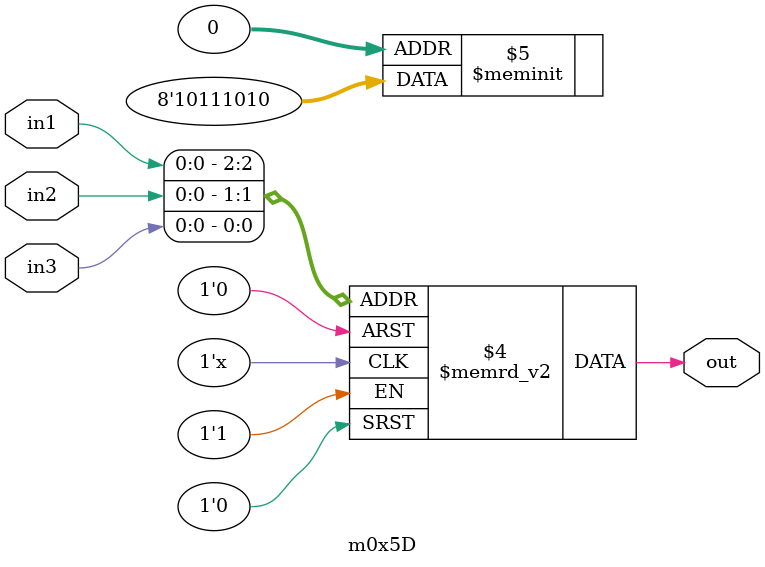
<source format=v>
module m0x5D(output out, input in1, in2, in3);

   always @(in1, in2, in3)
     begin
        case({in1, in2, in3})
          3'b000: {out} = 1'b0;
          3'b001: {out} = 1'b1;
          3'b010: {out} = 1'b0;
          3'b011: {out} = 1'b1;
          3'b100: {out} = 1'b1;
          3'b101: {out} = 1'b1;
          3'b110: {out} = 1'b0;
          3'b111: {out} = 1'b1;
        endcase // case ({in1, in2, in3})
     end // always @ (in1, in2, in3)

endmodule // m0x5D
</source>
